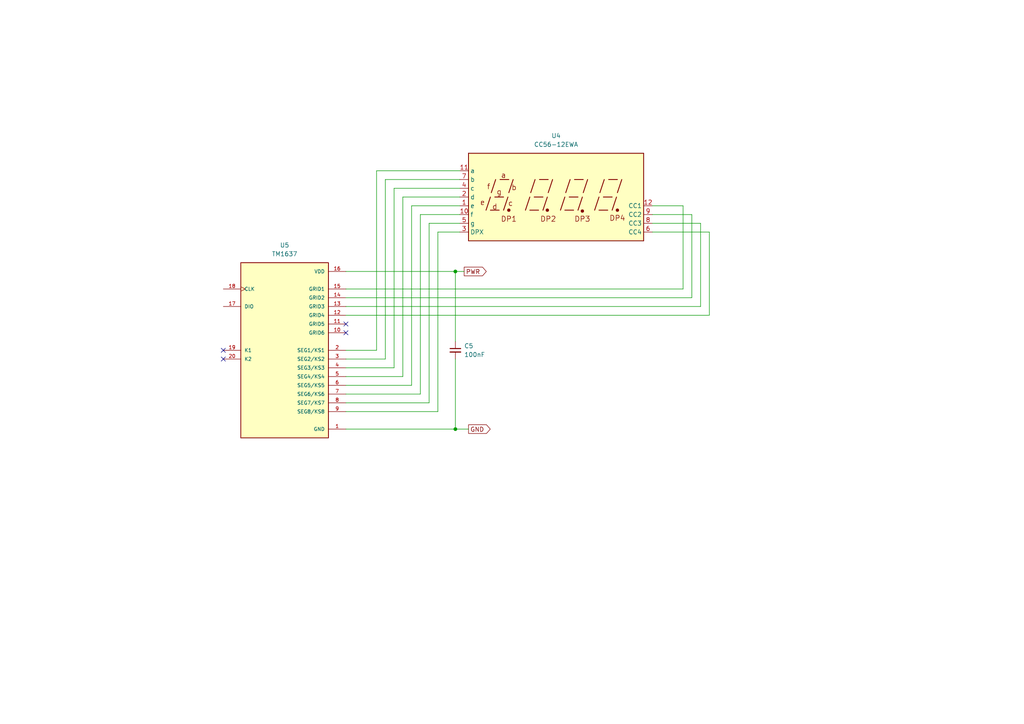
<source format=kicad_sch>
(kicad_sch (version 20250114) (generator "eeschema") (generator_version "9.0")
  (paper "A4")
  (title_block (title "TM1637_Display") (date "2025-06-22") (rev "REV. A") (company "EmbSysTech.in"))
  (lib_symbols
    (symbol "Device:C_Small" (pin_numbers (hide yes)) (pin_names (offset 0.254) (hide yes))
      (property "Reference" "C" (at 0.254 1.778 0))
      (property "Value" "C_Small" (at 0.254 -2.032 0))
      (symbol "C_Small_0_1"
        (polyline (pts (xy -1.524 0.508) (xy 1.524 0.508)) (stroke (width 0.3048)))
        (polyline (pts (xy -1.524 -0.508) (xy 1.524 -0.508)) (stroke (width 0.3302)))
      )
      (symbol "C_Small_1_1"
        (pin passive line (at 0 2.54 270) (length 2.032) (name "~") (number "1"))
        (pin passive line (at 0 -2.54 90) (length 2.032) (name "~") (number "2"))
      )
    )
    (symbol "Display_Character:CC56-12EWA"
      (property "Reference" "U" (at -24.13 13.97 0))
      (property "Value" "CC56-12EWA" (at 19.05 13.97 0))
      (symbol "CC56-12EWA_0_0"
        (rectangle (start -25.4 12.7) (end 25.4 -12.7) (stroke (width 0.254)) (fill (type background)))
        (polyline (pts (xy -20.32 -3.81) (xy -19.05 0)) (stroke (width 0.254)))
        (polyline (pts (xy -19.05 -3.81) (xy -16.51 -3.81)) (stroke (width 0.254)))
        (polyline (pts (xy -18.796 1.27) (xy -17.526 5.08)) (stroke (width 0.254)))
        (polyline (pts (xy -17.78 0) (xy -15.24 0)) (stroke (width 0.254)))
        (polyline (pts (xy -16.256 5.08) (xy -13.716 5.08)) (stroke (width 0.254)))
        (polyline (pts (xy -15.24 -3.81) (xy -13.97 0)) (stroke (width 0.254)))
        (polyline (pts (xy -13.716 1.27) (xy -12.446 5.08)) (stroke (width 0.254)))
        (polyline (pts (xy -8.89 -3.81) (xy -7.62 0)) (stroke (width 0.254)))
        (polyline (pts (xy -7.62 -3.81) (xy -5.08 -3.81)) (stroke (width 0.254)))
        (polyline (pts (xy -7.366 1.27) (xy -6.096 5.08)) (stroke (width 0.254)))
        (polyline (pts (xy -6.35 0) (xy -3.81 0)) (stroke (width 0.254)))
        (polyline (pts (xy -4.826 5.08) (xy -2.286 5.08)) (stroke (width 0.254)))
        (polyline (pts (xy -3.81 -3.81) (xy -2.54 0)) (stroke (width 0.254)))
        (polyline (pts (xy -2.286 1.27) (xy -1.016 5.08)) (stroke (width 0.254)))
        (polyline (pts (xy 1.27 -3.81) (xy 2.54 0)) (stroke (width 0.254)))
        (polyline (pts (xy 2.54 -3.81) (xy 5.08 -3.81)) (stroke (width 0.254)))
        (polyline (pts (xy 2.794 1.27) (xy 4.064 5.08)) (stroke (width 0.254)))
        (polyline (pts (xy 3.81 0) (xy 6.35 0)) (stroke (width 0.254)))
        (polyline (pts (xy 5.334 5.08) (xy 7.874 5.08)) (stroke (width 0.254)))
        (polyline (pts (xy 6.35 -3.81) (xy 7.62 0)) (stroke (width 0.254)))
        (polyline (pts (xy 7.874 1.27) (xy 9.144 5.08)) (stroke (width 0.254)))
        (polyline (pts (xy 11.176 -3.81) (xy 12.446 0)) (stroke (width 0.254)))
        (polyline (pts (xy 12.446 -3.81) (xy 14.986 -3.81)) (stroke (width 0.254)))
        (polyline (pts (xy 12.7 1.27) (xy 13.97 5.08)) (stroke (width 0.254)))
        (polyline (pts (xy 13.716 0) (xy 16.256 0)) (stroke (width 0.254)))
        (polyline (pts (xy 15.24 5.08) (xy 17.78 5.08)) (stroke (width 0.254)))
        (polyline (pts (xy 16.256 -3.81) (xy 17.526 0)) (stroke (width 0.254)))
        (polyline (pts (xy 17.78 1.27) (xy 19.05 5.08)) (stroke (width 0.254)))
        (text "e" (at -21.336 -1.524 0) (effects (font (size 1.524 1.524))))
        (text "f" (at -19.558 3.048 0) (effects (font (size 1.524 1.524))))
        (text "d" (at -17.78 -2.794 0) (effects (font (size 1.524 1.524))))
        (text "g" (at -16.51 1.524 0) (effects (font (size 1.524 1.524))))
        (text "a" (at -15.24 6.35 0) (effects (font (size 1.524 1.524))))
        (text "DP1" (at -13.716 -6.35 0) (effects (font (size 1.524 1.524))))
        (text "c" (at -13.208 -1.778 0) (effects (font (size 1.524 1.524))))
        (text "b" (at -12.192 2.794 0) (effects (font (size 1.524 1.524))))
        (text "DP2" (at -2.286 -6.35 0) (effects (font (size 1.524 1.524))))
        (text "DP3" (at 7.62 -6.35 0) (effects (font (size 1.524 1.524))))
        (text "DP4" (at 17.78 -6.096 0) (effects (font (size 1.524 1.524))))
      )
      (symbol "CC56-12EWA_0_1"
        (circle (center -13.716 -3.81) (radius 0.3556) (stroke (width 0.254)) (fill (type outline)))
        (circle (center -2.54 -3.81) (radius 0.3556) (stroke (width 0.254)) (fill (type outline)))
      )
      (symbol "CC56-12EWA_1_0"
        (circle (center 7.62 -4.064) (radius 0.3556) (stroke (width 0.254)) (fill (type outline)))
        (circle (center 17.78 -3.81) (radius 0.3556) (stroke (width 0.254)) (fill (type outline)))
      )
      (symbol "CC56-12EWA_1_1"
        (pin input line (at -27.94 7.62 0) (length 2.54) (name "a") (number "11"))
        (pin input line (at -27.94 5.08 0) (length 2.54) (name "b") (number "7"))
        (pin input line (at -27.94 2.54 0) (length 2.54) (name "c") (number "4"))
        (pin input line (at -27.94 0 0) (length 2.54) (name "d") (number "2"))
        (pin input line (at -27.94 -2.54 0) (length 2.54) (name "e") (number "1"))
        (pin input line (at -27.94 -5.08 0) (length 2.54) (name "f") (number "10"))
        (pin input line (at -27.94 -7.62 0) (length 2.54) (name "g") (number "5"))
        (pin input line (at -27.94 -10.16 0) (length 2.54) (name "DPX") (number "3"))
        (pin input line (at 27.94 -2.54 180) (length 2.54) (name "CC1") (number "12"))
        (pin input line (at 27.94 -5.08 180) (length 2.54) (name "CC2") (number "9"))
        (pin input line (at 27.94 -7.62 180) (length 2.54) (name "CC3") (number "8"))
        (pin input line (at 27.94 -10.16 180) (length 2.54) (name "CC4") (number "6"))
      )
    )
    (symbol "TM1637:TM1637" (pin_names (offset 1.016))
      (property "Reference" "U" (at -12.7 27.94 0))
      (property "Value" "TM1637" (at -12.7 -30.48 0))
      (symbol "TM1637_0_0"
        (rectangle (start -12.7 -25.4) (end 12.7 25.4) (stroke (width 0.254)) (fill (type background)))
        (pin input clock (at -17.78 17.78 0) (length 5.08) (name "CLK") (number "18"))
        (pin bidirectional line (at -17.78 12.7 0) (length 5.08) (name "DIO") (number "17"))
        (pin input line (at -17.78 0 0) (length 5.08) (name "K1") (number "19"))
        (pin input line (at -17.78 -2.54 0) (length 5.08) (name "K2") (number "20"))
        (pin power_in line (at 17.78 22.86 180) (length 5.08) (name "VDD") (number "16"))
        (pin output line (at 17.78 17.78 180) (length 5.08) (name "GRID1") (number "15"))
        (pin output line (at 17.78 15.24 180) (length 5.08) (name "GRID2") (number "14"))
        (pin output line (at 17.78 12.7 180) (length 5.08) (name "GRID3") (number "13"))
        (pin output line (at 17.78 10.16 180) (length 5.08) (name "GRID4") (number "12"))
        (pin output line (at 17.78 7.62 180) (length 5.08) (name "GRID5") (number "11"))
        (pin output line (at 17.78 5.08 180) (length 5.08) (name "GRID6") (number "10"))
        (pin output line (at 17.78 0 180) (length 5.08) (name "SEG1/KS1") (number "2"))
        (pin output line (at 17.78 -2.54 180) (length 5.08) (name "SEG2/KS2") (number "3"))
        (pin output line (at 17.78 -5.08 180) (length 5.08) (name "SEG3/KS3") (number "4"))
        (pin output line (at 17.78 -7.62 180) (length 5.08) (name "SEG4/KS4") (number "5"))
        (pin output line (at 17.78 -10.16 180) (length 5.08) (name "SEG5/KS5") (number "6"))
        (pin output line (at 17.78 -12.7 180) (length 5.08) (name "SEG6/KS6") (number "7"))
        (pin output line (at 17.78 -15.24 180) (length 5.08) (name "SEG7/KS7") (number "8"))
        (pin output line (at 17.78 -17.78 180) (length 5.08) (name "SEG8/KS8") (number "9"))
        (pin power_in line (at 17.78 -22.86 180) (length 5.08) (name "GND") (number "1"))
      )
    )
  )
  (junction (at 132.08 124.46))
  (junction (at 132.08 78.74))
  (no_connect (at 64.77 104.14))
  (no_connect (at 100.33 96.52))
  (no_connect (at 100.33 93.98))
  (no_connect (at 64.77 101.6))
  (wire (pts (xy 100.33 124.46) (xy 132.08 124.46)))
  (wire (pts (xy 133.35 67.31) (xy 127 67.31)))
  (wire (pts (xy 133.35 52.07) (xy 111.76 52.07)))
  (wire (pts (xy 100.33 106.68) (xy 114.3 106.68)))
  (wire (pts (xy 189.23 67.31) (xy 205.74 67.31)))
  (wire (pts (xy 124.46 64.77) (xy 124.46 116.84)))
  (wire (pts (xy 111.76 52.07) (xy 111.76 104.14)))
  (wire (pts (xy 132.08 78.74) (xy 134.62 78.74)))
  (wire (pts (xy 114.3 54.61) (xy 133.35 54.61)))
  (wire (pts (xy 111.76 104.14) (xy 100.33 104.14)))
  (wire (pts (xy 205.74 91.44) (xy 100.33 91.44)))
  (wire (pts (xy 127 119.38) (xy 100.33 119.38)))
  (wire (pts (xy 121.92 114.3) (xy 100.33 114.3)))
  (wire (pts (xy 132.08 124.46) (xy 135.89 124.46)))
  (wire (pts (xy 100.33 88.9) (xy 203.2 88.9)))
  (wire (pts (xy 100.33 78.74) (xy 132.08 78.74)))
  (wire (pts (xy 133.35 64.77) (xy 124.46 64.77)))
  (wire (pts (xy 100.33 83.82) (xy 198.12 83.82)))
  (wire (pts (xy 119.38 59.69) (xy 133.35 59.69)))
  (wire (pts (xy 114.3 106.68) (xy 114.3 54.61)))
  (wire (pts (xy 203.2 88.9) (xy 203.2 64.77)))
  (wire (pts (xy 109.22 49.53) (xy 133.35 49.53)))
  (wire (pts (xy 124.46 116.84) (xy 100.33 116.84)))
  (wire (pts (xy 121.92 62.23) (xy 121.92 114.3)))
  (wire (pts (xy 205.74 67.31) (xy 205.74 91.44)))
  (wire (pts (xy 203.2 64.77) (xy 189.23 64.77)))
  (wire (pts (xy 132.08 104.14) (xy 132.08 124.46)))
  (wire (pts (xy 200.66 86.36) (xy 100.33 86.36)))
  (wire (pts (xy 127 67.31) (xy 127 119.38)))
  (wire (pts (xy 200.66 62.23) (xy 200.66 86.36)))
  (wire (pts (xy 100.33 101.6) (xy 109.22 101.6)))
  (wire (pts (xy 119.38 111.76) (xy 119.38 59.69)))
  (wire (pts (xy 198.12 59.69) (xy 189.23 59.69)))
  (wire (pts (xy 100.33 111.76) (xy 119.38 111.76)))
  (wire (pts (xy 116.84 109.22) (xy 100.33 109.22)))
  (wire (pts (xy 198.12 83.82) (xy 198.12 59.69)))
  (wire (pts (xy 133.35 62.23) (xy 121.92 62.23)))
  (wire (pts (xy 189.23 62.23) (xy 200.66 62.23)))
  (wire (pts (xy 133.35 57.15) (xy 116.84 57.15)))
  (wire (pts (xy 109.22 101.6) (xy 109.22 49.53)))
  (wire (pts (xy 132.08 78.74) (xy 132.08 99.06)))
  (wire (pts (xy 116.84 57.15) (xy 116.84 109.22)))
  (global_label "GND" (shape output) (at 135.89 124.46 0) (property "Intersheetrefs" "${INTERSHEET_REFS}" (effects (hide yes))))
  (global_label "PWR" (shape output) (at 134.62 78.74 0) (property "Intersheetrefs" "${INTERSHEET_REFS}" (effects (hide yes))))
  (symbol (lib_id "Display_Character:CC56-12EWA") (at 161.29 57.15 0) (unit 1)
    (property "Reference" "U4" (at 161.29 39.37 0))
    (property "Value" "CC56-12EWA" (at 161.29 41.91 0))
    (property "Footprint" "Display_7Segment:CA56-12EWA" (effects (hide yes)))
    (property "Datasheet" "http://www.kingbrightusa.com/images/catalog/SPEC/CA56-12EWA.pdf" (effects (hide yes)))
    (property "Description" "4 digit 7 segment high efficiency red LED, common cathode" (effects (hide yes)))
  )
  (symbol (lib_id "TM1637:TM1637") (at 82.55 101.6 0) (unit 1)
    (property "Reference" "U5" (at 82.55 71.12 0))
    (property "Value" "TM1637" (at 82.55 73.66 0))
    (property "Footprint" "TM1637:DIP778W43P254L2612H431Q20N" (effects (hide yes)))
    (property "MF" "Titan Micro Electronics" (effects (hide yes)))
    (property "MAXIMUM_PACKAGE_HEIGHT" "4.31 mm" (effects (hide yes)))
    (property "Package" "None" (effects (hide yes)))
    (property "Price" "None" (effects (hide yes)))
    (property "Check_prices" "https://www.snapeda.com/parts/TM1637/Titan+Micro+Electronics/view-part/?ref=eda" (effects (hide yes)))
    (property "STANDARD" "IPC 7351B" (effects (hide yes)))
    (property "PARTREV" "v2.5" (effects (hide yes)))
    (property "SnapEDA_Link" "https://www.snapeda.com/parts/TM1637/Titan+Micro+Electronics/view-part/?ref=snap" (effects (hide yes)))
    (property "MP" "TM1637" (effects (hide yes)))
    (property "Description_1" "LED Drive Control Special Circuit" (effects (hide yes)))
    (property "Availability" "Not in stock" (effects (hide yes)))
    (property "MANUFACTURER" "Titan Micro Electronics" (effects (hide yes)))
  )
  (symbol (lib_id "Device:C_Small") (at 132.08 101.6 0) (unit 1)
    (property "Reference" "C5" (at 134.62 100.3362 0) (effects (justify left)))
    (property "Value" "100nF" (at 134.62 102.8762 0) (effects (justify left)))
    (property "Description" "Unpolarized capacitor, small symbol" (effects (hide yes)))
  )
)
</source>
